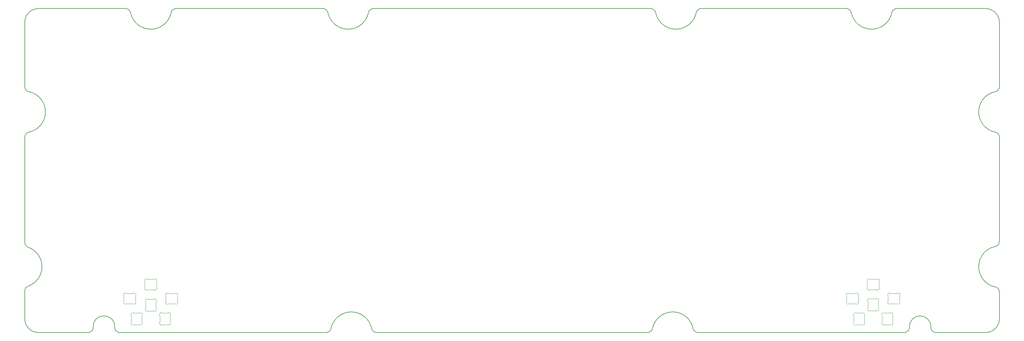
<source format=gm1>
%TF.GenerationSoftware,KiCad,Pcbnew,(7.0.0-0)*%
%TF.CreationDate,2023-06-06T22:29:39-07:00*%
%TF.ProjectId,popstar_v4.1_no_flex,706f7073-7461-4725-9f76-342e315f6e6f,rev?*%
%TF.SameCoordinates,Original*%
%TF.FileFunction,Profile,NP*%
%FSLAX46Y46*%
G04 Gerber Fmt 4.6, Leading zero omitted, Abs format (unit mm)*
G04 Created by KiCad (PCBNEW (7.0.0-0)) date 2023-06-06 22:29:39*
%MOMM*%
%LPD*%
G01*
G04 APERTURE LIST*
%TA.AperFunction,Profile*%
%ADD10C,0.200000*%
%TD*%
%TA.AperFunction,Profile*%
%ADD11C,0.100000*%
%TD*%
G04 APERTURE END LIST*
D10*
X227145492Y-125274931D02*
G75*
G03*
X228615242Y-126474920I1469708J300031D01*
G01*
X297614554Y-126474920D02*
X298114554Y-126474920D01*
X229526739Y-32275077D02*
X271568344Y-32275077D01*
X121234445Y-33475075D02*
G75*
G03*
X132991986Y-33475075I5878770J1199999D01*
G01*
X296114555Y-124974918D02*
X296114555Y-124725079D01*
X77223143Y-32275060D02*
G75*
G03*
X75753451Y-33475080I-43J-1499940D01*
G01*
X59377326Y-124724922D02*
G75*
G03*
X53177334Y-124724918I-3099996J-8D01*
G01*
X296114646Y-124725079D02*
G75*
G03*
X289914554Y-124725077I-3100046J79D01*
G01*
X216299434Y-33475088D02*
G75*
G03*
X214829801Y-32275076I-1469634J-299912D01*
G01*
X288414553Y-126474954D02*
G75*
G03*
X289914554Y-124974922I47J1499954D01*
G01*
X121234432Y-33475078D02*
G75*
G03*
X119764751Y-32275076I-1469632J-299922D01*
G01*
X311991501Y-126474921D02*
X298114554Y-126474920D01*
X33299661Y-54979227D02*
X33299661Y-36275076D01*
X120676245Y-126474912D02*
G75*
G03*
X122145939Y-125274920I155J1499812D01*
G01*
X289914554Y-124725077D02*
X289914554Y-124974922D01*
X314791496Y-101446289D02*
G75*
G03*
X315991494Y-99976582I-299996J1469689D01*
G01*
X227145600Y-125274909D02*
G75*
G03*
X215387998Y-125274921I-5878800J-1199991D01*
G01*
X311991501Y-126474901D02*
G75*
G03*
X315991501Y-122474917I-1J4000001D01*
G01*
X59377380Y-124974918D02*
G75*
G03*
X60877333Y-126474920I1499920J-82D01*
G01*
X288414553Y-126474920D02*
X228615242Y-126474920D01*
X33300057Y-100253970D02*
G75*
G03*
X34300010Y-101668186I1499843J-130D01*
G01*
X314791852Y-56448952D02*
G75*
G03*
X315991849Y-54979224I-299952J1469652D01*
G01*
X273038039Y-33475076D02*
G75*
G03*
X284795589Y-33475076I5878775J1199999D01*
G01*
X315991493Y-114673503D02*
X315991501Y-122474917D01*
X51677333Y-126474933D02*
G75*
G03*
X53177333Y-124974921I-33J1500033D01*
G01*
X133903567Y-125274904D02*
G75*
G03*
X135373185Y-126474921I1469633J299904D01*
G01*
X63995899Y-33475080D02*
G75*
G03*
X75753451Y-33475080I5878776J1200002D01*
G01*
X134461681Y-32275077D02*
X214829801Y-32275076D01*
X33299980Y-122474916D02*
G75*
G03*
X37299987Y-126474920I4000020J16D01*
G01*
X33299987Y-122474916D02*
X33299995Y-114396104D01*
X315991813Y-69676179D02*
X315991494Y-99976582D01*
X315991849Y-36275075D02*
X315991849Y-54979224D01*
X229526739Y-32275055D02*
G75*
G03*
X228057046Y-33475078I-39J-1499945D01*
G01*
X34300000Y-112981897D02*
G75*
G03*
X34300010Y-101668186I-2000000J5656857D01*
G01*
X51177333Y-126474920D02*
X37299987Y-126474920D01*
X314791847Y-56448925D02*
G75*
G03*
X314791816Y-68206468I1199953J-5878775D01*
G01*
X63995832Y-33475094D02*
G75*
G03*
X62526206Y-32275079I-1469632J-299906D01*
G01*
X34499961Y-68206378D02*
G75*
G03*
X33300045Y-69676086I300139J-1469722D01*
G01*
X59377334Y-124974918D02*
X59377334Y-124724922D01*
X37299662Y-32275076D02*
X62526206Y-32275079D01*
X286265282Y-32275076D02*
X311991849Y-32275076D01*
X77223143Y-32275082D02*
X119764751Y-32275076D01*
X34499967Y-68206410D02*
G75*
G03*
X34499661Y-56448920I-1200308J5878714D01*
G01*
X213918303Y-126474920D02*
X135373185Y-126474921D01*
X286265282Y-32275115D02*
G75*
G03*
X284795590Y-33475076I-182J-1499785D01*
G01*
X33299685Y-54979227D02*
G75*
G03*
X34499661Y-56448920I1499915J-73D01*
G01*
X51677333Y-126474920D02*
X51177333Y-126474920D01*
X315991821Y-69676179D02*
G75*
G03*
X314791816Y-68206470I-1499921J79D01*
G01*
X37299662Y-32275071D02*
G75*
G03*
X33299661Y-36275076I-2J-3999999D01*
G01*
X53177334Y-124724918D02*
X53177333Y-124974921D01*
X315991824Y-36275075D02*
G75*
G03*
X311991849Y-32275076I-4000124J-125D01*
G01*
X315991510Y-114673503D02*
G75*
G03*
X314791490Y-113203812I-1500110J-97D01*
G01*
X134461681Y-32275112D02*
G75*
G03*
X132991987Y-33475075I-181J-1499788D01*
G01*
X296114580Y-124974918D02*
G75*
G03*
X297614554Y-126474920I1500020J18D01*
G01*
X273038074Y-33475069D02*
G75*
G03*
X271568344Y-32275077I-1469874J-300231D01*
G01*
X133903491Y-125274920D02*
G75*
G03*
X122145939Y-125274920I-5878776J-1199999D01*
G01*
X33300011Y-100253970D02*
X33300045Y-69676086D01*
X34299995Y-112981883D02*
G75*
G03*
X33299995Y-114396104I500005J-1414217D01*
G01*
X120676245Y-126474920D02*
X60877333Y-126474920D01*
X216299552Y-33475064D02*
G75*
G03*
X228057045Y-33475078I5878748J1199964D01*
G01*
X213918303Y-126474987D02*
G75*
G03*
X215387997Y-125274921I-3J1499987D01*
G01*
X314791492Y-101446268D02*
G75*
G03*
X314791490Y-113203811I1200008J-5878772D01*
G01*
D11*
%TO.C,D12*%
X281099999Y-111797157D02*
X281099999Y-113202841D01*
X280194452Y-113999999D02*
X278605548Y-113999999D01*
X278605548Y-111000000D02*
X280194453Y-111000000D01*
X277700001Y-113202841D02*
X277700001Y-111797157D01*
X281100000Y-113202841D02*
G75*
G03*
X281149485Y-113419719I499989J-2D01*
G01*
X280446711Y-114068298D02*
G75*
G03*
X281149483Y-113419718I252259J431700D01*
G01*
X281149484Y-111580279D02*
G75*
G03*
X281099999Y-111797156I450505J-216876D01*
G01*
X281149484Y-111580279D02*
G75*
G03*
X280446711Y-110931701I-450514J216878D01*
G01*
X280194453Y-111000000D02*
G75*
G03*
X280446711Y-110931701I-3J500009D01*
G01*
X280446711Y-114068298D02*
G75*
G03*
X280194452Y-113999999I-252261J-431710D01*
G01*
X278353289Y-110931700D02*
G75*
G03*
X278605547Y-110999999I252261J431710D01*
G01*
X278605548Y-114000000D02*
G75*
G03*
X278353290Y-114068298I2J-500010D01*
G01*
X277650520Y-113419721D02*
G75*
G03*
X278353289Y-114068296I450510J-216879D01*
G01*
X277650516Y-113419719D02*
G75*
G03*
X277700001Y-113202842I-450866J216959D01*
G01*
X278353289Y-110931700D02*
G75*
G03*
X277650516Y-111580279I-252259J-431700D01*
G01*
X277700013Y-111797157D02*
G75*
G03*
X277650516Y-111580279I-500513J-143D01*
G01*
%TO.C,D1*%
X71549999Y-111797157D02*
X71549999Y-113202841D01*
X70644452Y-113999999D02*
X69055548Y-113999999D01*
X69055548Y-111000000D02*
X70644453Y-111000000D01*
X68150001Y-113202841D02*
X68150001Y-111797157D01*
X71550000Y-113202841D02*
G75*
G03*
X71599485Y-113419719I499989J-2D01*
G01*
X70896711Y-114068298D02*
G75*
G03*
X71599483Y-113419718I252259J431700D01*
G01*
X71599484Y-111580279D02*
G75*
G03*
X71549999Y-111797156I450505J-216876D01*
G01*
X71599484Y-111580279D02*
G75*
G03*
X70896711Y-110931701I-450514J216878D01*
G01*
X70644453Y-111000000D02*
G75*
G03*
X70896711Y-110931701I-3J500009D01*
G01*
X70896711Y-114068298D02*
G75*
G03*
X70644452Y-113999999I-252261J-431710D01*
G01*
X68803289Y-110931700D02*
G75*
G03*
X69055547Y-110999999I252261J431710D01*
G01*
X69055548Y-114000000D02*
G75*
G03*
X68803290Y-114068298I2J-500010D01*
G01*
X68100520Y-113419721D02*
G75*
G03*
X68803289Y-114068296I450510J-216879D01*
G01*
X68100516Y-113419719D02*
G75*
G03*
X68150001Y-113202842I-450866J216959D01*
G01*
X68803289Y-110931700D02*
G75*
G03*
X68100516Y-111580279I-252259J-431700D01*
G01*
X68150013Y-111797157D02*
G75*
G03*
X68100516Y-111580279I-500513J-143D01*
G01*
%TO.C,D2*%
X65449999Y-115897157D02*
X65449999Y-117302841D01*
X64544452Y-118099999D02*
X62955548Y-118099999D01*
X62955548Y-115100000D02*
X64544453Y-115100000D01*
X62050001Y-117302841D02*
X62050001Y-115897157D01*
X65450000Y-117302841D02*
G75*
G03*
X65499485Y-117519719I499989J-2D01*
G01*
X64796711Y-118168298D02*
G75*
G03*
X65499483Y-117519718I252259J431700D01*
G01*
X65499484Y-115680279D02*
G75*
G03*
X65449999Y-115897156I450505J-216876D01*
G01*
X65499484Y-115680279D02*
G75*
G03*
X64796711Y-115031701I-450514J216878D01*
G01*
X64544453Y-115100000D02*
G75*
G03*
X64796711Y-115031701I-3J500009D01*
G01*
X64796711Y-118168298D02*
G75*
G03*
X64544452Y-118099999I-252261J-431710D01*
G01*
X62703289Y-115031700D02*
G75*
G03*
X62955547Y-115099999I252261J431710D01*
G01*
X62955548Y-118100000D02*
G75*
G03*
X62703290Y-118168298I2J-500010D01*
G01*
X62000520Y-117519721D02*
G75*
G03*
X62703289Y-118168296I450510J-216879D01*
G01*
X62000516Y-117519719D02*
G75*
G03*
X62050001Y-117302842I-450866J216959D01*
G01*
X62703289Y-115031700D02*
G75*
G03*
X62000516Y-115680279I-252259J-431700D01*
G01*
X62050013Y-115897157D02*
G75*
G03*
X62000516Y-115680279I-500513J-143D01*
G01*
%TO.C,D4*%
X74702843Y-124199999D02*
X73297159Y-124199999D01*
X72500001Y-123294452D02*
X72500001Y-121705548D01*
X75500000Y-121705548D02*
X75500000Y-123294453D01*
X73297159Y-120800001D02*
X74702843Y-120800001D01*
X73297159Y-124200000D02*
G75*
G03*
X73080281Y-124249485I-2J-499989D01*
G01*
X72431702Y-123546711D02*
G75*
G03*
X73080282Y-124249483I431700J-252259D01*
G01*
X74919721Y-124249484D02*
G75*
G03*
X74702844Y-124199999I-216876J-450505D01*
G01*
X74919721Y-124249484D02*
G75*
G03*
X75568299Y-123546711I216878J450514D01*
G01*
X75500000Y-123294453D02*
G75*
G03*
X75568299Y-123546711I500009J3D01*
G01*
X72431702Y-123546711D02*
G75*
G03*
X72500001Y-123294452I-431710J252261D01*
G01*
X75568300Y-121453289D02*
G75*
G03*
X75500001Y-121705547I431710J-252261D01*
G01*
X72500000Y-121705548D02*
G75*
G03*
X72431702Y-121453290I-500010J-2D01*
G01*
X73080279Y-120750520D02*
G75*
G03*
X72431704Y-121453289I-216879J-450510D01*
G01*
X73080281Y-120750516D02*
G75*
G03*
X73297158Y-120800001I216959J450866D01*
G01*
X75568300Y-121453289D02*
G75*
G03*
X74919721Y-120750516I-431700J252259D01*
G01*
X74702843Y-120800013D02*
G75*
G03*
X74919721Y-120750516I-143J500513D01*
G01*
%TO.C,D5*%
X74200001Y-117302843D02*
X74200001Y-115897159D01*
X75105548Y-115100001D02*
X76694452Y-115100001D01*
X76694452Y-118100000D02*
X75105547Y-118100000D01*
X77599999Y-115897159D02*
X77599999Y-117302843D01*
X74200000Y-115897159D02*
G75*
G03*
X74150515Y-115680281I-499989J2D01*
G01*
X74853289Y-115031702D02*
G75*
G03*
X74150517Y-115680282I-252259J-431700D01*
G01*
X74150516Y-117519721D02*
G75*
G03*
X74200001Y-117302844I-450505J216876D01*
G01*
X74150516Y-117519721D02*
G75*
G03*
X74853289Y-118168299I450514J-216878D01*
G01*
X75105547Y-118100000D02*
G75*
G03*
X74853289Y-118168299I3J-500009D01*
G01*
X74853289Y-115031702D02*
G75*
G03*
X75105548Y-115100001I252261J431710D01*
G01*
X76946711Y-118168300D02*
G75*
G03*
X76694453Y-118100001I-252261J-431710D01*
G01*
X76694452Y-115100000D02*
G75*
G03*
X76946710Y-115031702I-2J500010D01*
G01*
X77649480Y-115680279D02*
G75*
G03*
X76946711Y-115031704I-450510J216879D01*
G01*
X77649484Y-115680281D02*
G75*
G03*
X77599999Y-115897158I450866J-216959D01*
G01*
X76946711Y-118168300D02*
G75*
G03*
X77649484Y-117519721I252259J431700D01*
G01*
X77599987Y-117302843D02*
G75*
G03*
X77649484Y-117519721I500513J143D01*
G01*
%TO.C,D8*%
X274597157Y-120800001D02*
X276002841Y-120800001D01*
X276799999Y-121705548D02*
X276799999Y-123294452D01*
X273800000Y-123294452D02*
X273800000Y-121705547D01*
X276002841Y-124199999D02*
X274597157Y-124199999D01*
X276002841Y-120800000D02*
G75*
G03*
X276219719Y-120750515I2J499989D01*
G01*
X276868298Y-121453289D02*
G75*
G03*
X276219718Y-120750517I-431700J252259D01*
G01*
X274380279Y-120750516D02*
G75*
G03*
X274597156Y-120800001I216876J450505D01*
G01*
X274380279Y-120750516D02*
G75*
G03*
X273731701Y-121453289I-216878J-450514D01*
G01*
X273800000Y-121705547D02*
G75*
G03*
X273731701Y-121453289I-500009J-3D01*
G01*
X276868298Y-121453289D02*
G75*
G03*
X276799999Y-121705548I431710J-252261D01*
G01*
X273731700Y-123546711D02*
G75*
G03*
X273799999Y-123294453I-431710J252261D01*
G01*
X276800000Y-123294452D02*
G75*
G03*
X276868298Y-123546710I500010J2D01*
G01*
X276219721Y-124249480D02*
G75*
G03*
X276868296Y-123546711I216879J450510D01*
G01*
X276219719Y-124249484D02*
G75*
G03*
X276002842Y-124199999I-216959J-450866D01*
G01*
X273731700Y-123546711D02*
G75*
G03*
X274380279Y-124249484I431700J-252259D01*
G01*
X274597157Y-124199987D02*
G75*
G03*
X274380279Y-124249484I143J-500513D01*
G01*
%TO.C,D7*%
X275099999Y-115897157D02*
X275099999Y-117302841D01*
X274194452Y-118099999D02*
X272605548Y-118099999D01*
X272605548Y-115100000D02*
X274194453Y-115100000D01*
X271700001Y-117302841D02*
X271700001Y-115897157D01*
X275100000Y-117302841D02*
G75*
G03*
X275149485Y-117519719I499989J-2D01*
G01*
X274446711Y-118168298D02*
G75*
G03*
X275149483Y-117519718I252259J431700D01*
G01*
X275149484Y-115680279D02*
G75*
G03*
X275099999Y-115897156I450505J-216876D01*
G01*
X275149484Y-115680279D02*
G75*
G03*
X274446711Y-115031701I-450514J216878D01*
G01*
X274194453Y-115100000D02*
G75*
G03*
X274446711Y-115031701I-3J500009D01*
G01*
X274446711Y-118168298D02*
G75*
G03*
X274194452Y-118099999I-252261J-431710D01*
G01*
X272353289Y-115031700D02*
G75*
G03*
X272605547Y-115099999I252261J431710D01*
G01*
X272605548Y-118100000D02*
G75*
G03*
X272353290Y-118168298I2J-500010D01*
G01*
X271650520Y-117519721D02*
G75*
G03*
X272353289Y-118168296I450510J-216879D01*
G01*
X271650516Y-117519719D02*
G75*
G03*
X271700001Y-117302842I-450866J216959D01*
G01*
X272353289Y-115031700D02*
G75*
G03*
X271650516Y-115680279I-252259J-431700D01*
G01*
X271700013Y-115897157D02*
G75*
G03*
X271650516Y-115680279I-500513J-143D01*
G01*
%TO.C,D11*%
X278697157Y-116700001D02*
X280102841Y-116700001D01*
X280899999Y-117605548D02*
X280899999Y-119194452D01*
X277900000Y-119194452D02*
X277900000Y-117605547D01*
X280102841Y-120099999D02*
X278697157Y-120099999D01*
X280102841Y-116700000D02*
G75*
G03*
X280319719Y-116650515I2J499989D01*
G01*
X280968298Y-117353289D02*
G75*
G03*
X280319718Y-116650517I-431700J252259D01*
G01*
X278480279Y-116650516D02*
G75*
G03*
X278697156Y-116700001I216876J450505D01*
G01*
X278480279Y-116650516D02*
G75*
G03*
X277831701Y-117353289I-216878J-450514D01*
G01*
X277900000Y-117605547D02*
G75*
G03*
X277831701Y-117353289I-500009J-3D01*
G01*
X280968298Y-117353289D02*
G75*
G03*
X280899999Y-117605548I431710J-252261D01*
G01*
X277831700Y-119446711D02*
G75*
G03*
X277899999Y-119194453I-431710J252261D01*
G01*
X280900000Y-119194452D02*
G75*
G03*
X280968298Y-119446710I500010J2D01*
G01*
X280319721Y-120149480D02*
G75*
G03*
X280968296Y-119446711I216879J450510D01*
G01*
X280319719Y-120149484D02*
G75*
G03*
X280102842Y-120099999I-216959J-450866D01*
G01*
X277831700Y-119446711D02*
G75*
G03*
X278480279Y-120149484I431700J-252259D01*
G01*
X278697157Y-120099987D02*
G75*
G03*
X278480279Y-120149484I143J-500513D01*
G01*
%TO.C,D3*%
X65047157Y-120800001D02*
X66452841Y-120800001D01*
X67249999Y-121705548D02*
X67249999Y-123294452D01*
X64250000Y-123294452D02*
X64250000Y-121705547D01*
X66452841Y-124199999D02*
X65047157Y-124199999D01*
X66452841Y-120800000D02*
G75*
G03*
X66669719Y-120750515I2J499989D01*
G01*
X67318298Y-121453289D02*
G75*
G03*
X66669718Y-120750517I-431700J252259D01*
G01*
X64830279Y-120750516D02*
G75*
G03*
X65047156Y-120800001I216876J450505D01*
G01*
X64830279Y-120750516D02*
G75*
G03*
X64181701Y-121453289I-216878J-450514D01*
G01*
X64250000Y-121705547D02*
G75*
G03*
X64181701Y-121453289I-500009J-3D01*
G01*
X67318298Y-121453289D02*
G75*
G03*
X67249999Y-121705548I431710J-252261D01*
G01*
X64181700Y-123546711D02*
G75*
G03*
X64249999Y-123294453I-431710J252261D01*
G01*
X67250000Y-123294452D02*
G75*
G03*
X67318298Y-123546710I500010J2D01*
G01*
X66669721Y-124249480D02*
G75*
G03*
X67318296Y-123546711I216879J450510D01*
G01*
X66669719Y-124249484D02*
G75*
G03*
X66452842Y-124199999I-216959J-450866D01*
G01*
X64181700Y-123546711D02*
G75*
G03*
X64830279Y-124249484I431700J-252259D01*
G01*
X65047157Y-124199987D02*
G75*
G03*
X64830279Y-124249484I143J-500513D01*
G01*
%TO.C,D10*%
X283700001Y-117302843D02*
X283700001Y-115897159D01*
X284605548Y-115100001D02*
X286194452Y-115100001D01*
X286194452Y-118100000D02*
X284605547Y-118100000D01*
X287099999Y-115897159D02*
X287099999Y-117302843D01*
X283700000Y-115897159D02*
G75*
G03*
X283650515Y-115680281I-499989J2D01*
G01*
X284353289Y-115031702D02*
G75*
G03*
X283650517Y-115680282I-252259J-431700D01*
G01*
X283650516Y-117519721D02*
G75*
G03*
X283700001Y-117302844I-450505J216876D01*
G01*
X283650516Y-117519721D02*
G75*
G03*
X284353289Y-118168299I450514J-216878D01*
G01*
X284605547Y-118100000D02*
G75*
G03*
X284353289Y-118168299I3J-500009D01*
G01*
X284353289Y-115031702D02*
G75*
G03*
X284605548Y-115100001I252261J431710D01*
G01*
X286446711Y-118168300D02*
G75*
G03*
X286194453Y-118100001I-252261J-431710D01*
G01*
X286194452Y-115100000D02*
G75*
G03*
X286446710Y-115031702I-2J500010D01*
G01*
X287149480Y-115680279D02*
G75*
G03*
X286446711Y-115031704I-450510J216879D01*
G01*
X287149484Y-115680281D02*
G75*
G03*
X287099999Y-115897158I450866J-216959D01*
G01*
X286446711Y-118168300D02*
G75*
G03*
X287149484Y-117519721I252259J431700D01*
G01*
X287099987Y-117302843D02*
G75*
G03*
X287149484Y-117519721I500513J143D01*
G01*
%TO.C,D6*%
X69172157Y-116800001D02*
X70577841Y-116800001D01*
X71374999Y-117705548D02*
X71374999Y-119294452D01*
X68375000Y-119294452D02*
X68375000Y-117705547D01*
X70577841Y-120199999D02*
X69172157Y-120199999D01*
X70577841Y-116800000D02*
G75*
G03*
X70794719Y-116750515I2J499989D01*
G01*
X71443298Y-117453289D02*
G75*
G03*
X70794718Y-116750517I-431700J252259D01*
G01*
X68955279Y-116750516D02*
G75*
G03*
X69172156Y-116800001I216876J450505D01*
G01*
X68955279Y-116750516D02*
G75*
G03*
X68306701Y-117453289I-216878J-450514D01*
G01*
X68375000Y-117705547D02*
G75*
G03*
X68306701Y-117453289I-500009J-3D01*
G01*
X71443298Y-117453289D02*
G75*
G03*
X71374999Y-117705548I431710J-252261D01*
G01*
X68306700Y-119546711D02*
G75*
G03*
X68374999Y-119294453I-431710J252261D01*
G01*
X71375000Y-119294452D02*
G75*
G03*
X71443298Y-119546710I500010J2D01*
G01*
X70794721Y-120249480D02*
G75*
G03*
X71443296Y-119546711I216879J450510D01*
G01*
X70794719Y-120249484D02*
G75*
G03*
X70577842Y-120199999I-216959J-450866D01*
G01*
X68306700Y-119546711D02*
G75*
G03*
X68955279Y-120249484I431700J-252259D01*
G01*
X69172157Y-120199987D02*
G75*
G03*
X68955279Y-120249484I143J-500513D01*
G01*
%TO.C,D9*%
X284202843Y-124199999D02*
X282797159Y-124199999D01*
X282000001Y-123294452D02*
X282000001Y-121705548D01*
X285000000Y-121705548D02*
X285000000Y-123294453D01*
X282797159Y-120800001D02*
X284202843Y-120800001D01*
X282797159Y-124200000D02*
G75*
G03*
X282580281Y-124249485I-2J-499989D01*
G01*
X281931702Y-123546711D02*
G75*
G03*
X282580282Y-124249483I431700J-252259D01*
G01*
X284419721Y-124249484D02*
G75*
G03*
X284202844Y-124199999I-216876J-450505D01*
G01*
X284419721Y-124249484D02*
G75*
G03*
X285068299Y-123546711I216878J450514D01*
G01*
X285000000Y-123294453D02*
G75*
G03*
X285068299Y-123546711I500009J3D01*
G01*
X281931702Y-123546711D02*
G75*
G03*
X282000001Y-123294452I-431710J252261D01*
G01*
X285068300Y-121453289D02*
G75*
G03*
X285000001Y-121705547I431710J-252261D01*
G01*
X282000000Y-121705548D02*
G75*
G03*
X281931702Y-121453290I-500010J-2D01*
G01*
X282580279Y-120750520D02*
G75*
G03*
X281931704Y-121453289I-216879J-450510D01*
G01*
X282580281Y-120750516D02*
G75*
G03*
X282797158Y-120800001I216959J450866D01*
G01*
X285068300Y-121453289D02*
G75*
G03*
X284419721Y-120750516I-431700J252259D01*
G01*
X284202843Y-120800013D02*
G75*
G03*
X284419721Y-120750516I-143J500513D01*
G01*
%TD*%
M02*

</source>
